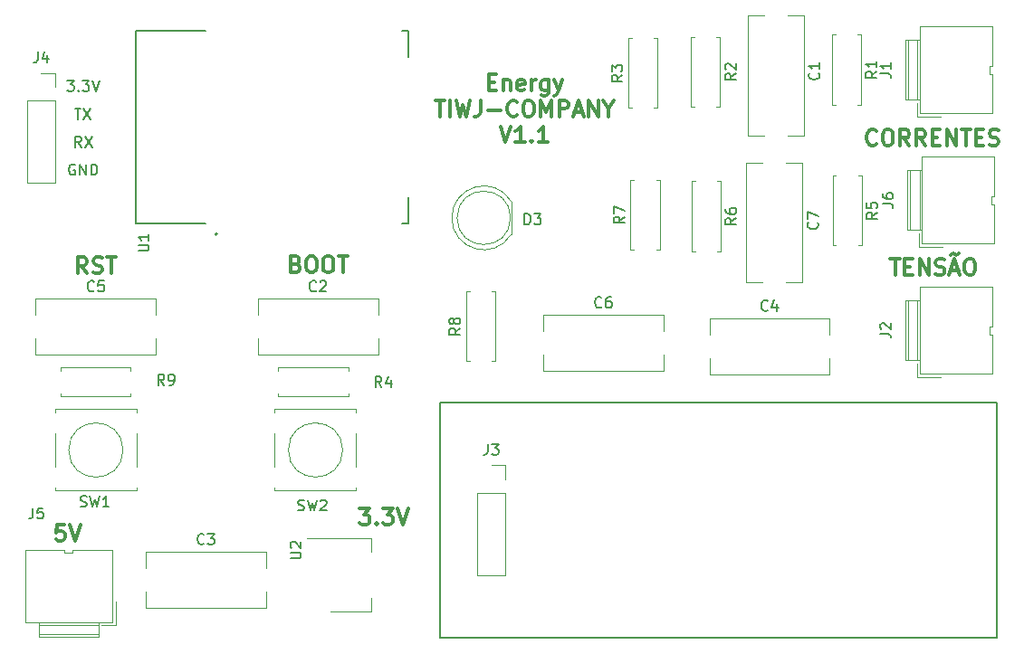
<source format=gbr>
%TF.GenerationSoftware,KiCad,Pcbnew,6.0.8-f2edbf62ab~116~ubuntu20.04.1*%
%TF.CreationDate,2023-03-15T13:48:08-03:00*%
%TF.ProjectId,placa-TAI,706c6163-612d-4544-9149-2e6b69636164,rev?*%
%TF.SameCoordinates,Original*%
%TF.FileFunction,Legend,Top*%
%TF.FilePolarity,Positive*%
%FSLAX46Y46*%
G04 Gerber Fmt 4.6, Leading zero omitted, Abs format (unit mm)*
G04 Created by KiCad (PCBNEW 6.0.8-f2edbf62ab~116~ubuntu20.04.1) date 2023-03-15 13:48:08*
%MOMM*%
%LPD*%
G01*
G04 APERTURE LIST*
%ADD10C,0.300000*%
%ADD11C,0.150000*%
%ADD12C,0.120000*%
%ADD13C,0.127000*%
%ADD14C,0.200000*%
G04 APERTURE END LIST*
D10*
X124255714Y-107728571D02*
X125184285Y-107728571D01*
X124684285Y-108300000D01*
X124898571Y-108300000D01*
X125041428Y-108371428D01*
X125112857Y-108442857D01*
X125184285Y-108585714D01*
X125184285Y-108942857D01*
X125112857Y-109085714D01*
X125041428Y-109157142D01*
X124898571Y-109228571D01*
X124470000Y-109228571D01*
X124327142Y-109157142D01*
X124255714Y-109085714D01*
X125827142Y-109085714D02*
X125898571Y-109157142D01*
X125827142Y-109228571D01*
X125755714Y-109157142D01*
X125827142Y-109085714D01*
X125827142Y-109228571D01*
X126398571Y-107728571D02*
X127327142Y-107728571D01*
X126827142Y-108300000D01*
X127041428Y-108300000D01*
X127184285Y-108371428D01*
X127255714Y-108442857D01*
X127327142Y-108585714D01*
X127327142Y-108942857D01*
X127255714Y-109085714D01*
X127184285Y-109157142D01*
X127041428Y-109228571D01*
X126612857Y-109228571D01*
X126470000Y-109157142D01*
X126398571Y-109085714D01*
X127755714Y-107728571D02*
X128255714Y-109228571D01*
X128755714Y-107728571D01*
X96614285Y-109238571D02*
X95900000Y-109238571D01*
X95828571Y-109952857D01*
X95900000Y-109881428D01*
X96042857Y-109810000D01*
X96400000Y-109810000D01*
X96542857Y-109881428D01*
X96614285Y-109952857D01*
X96685714Y-110095714D01*
X96685714Y-110452857D01*
X96614285Y-110595714D01*
X96542857Y-110667142D01*
X96400000Y-110738571D01*
X96042857Y-110738571D01*
X95900000Y-110667142D01*
X95828571Y-110595714D01*
X97114285Y-109238571D02*
X97614285Y-110738571D01*
X98114285Y-109238571D01*
D11*
X131795000Y-119800000D02*
X183795000Y-119800000D01*
X183795000Y-119800000D02*
X183795000Y-97800000D01*
X183795000Y-97800000D02*
X131795000Y-97800000D01*
X131795000Y-97800000D02*
X131795000Y-119800000D01*
D10*
X98748571Y-85688571D02*
X98248571Y-84974285D01*
X97891428Y-85688571D02*
X97891428Y-84188571D01*
X98462857Y-84188571D01*
X98605714Y-84260000D01*
X98677142Y-84331428D01*
X98748571Y-84474285D01*
X98748571Y-84688571D01*
X98677142Y-84831428D01*
X98605714Y-84902857D01*
X98462857Y-84974285D01*
X97891428Y-84974285D01*
X99320000Y-85617142D02*
X99534285Y-85688571D01*
X99891428Y-85688571D01*
X100034285Y-85617142D01*
X100105714Y-85545714D01*
X100177142Y-85402857D01*
X100177142Y-85260000D01*
X100105714Y-85117142D01*
X100034285Y-85045714D01*
X99891428Y-84974285D01*
X99605714Y-84902857D01*
X99462857Y-84831428D01*
X99391428Y-84760000D01*
X99320000Y-84617142D01*
X99320000Y-84474285D01*
X99391428Y-84331428D01*
X99462857Y-84260000D01*
X99605714Y-84188571D01*
X99962857Y-84188571D01*
X100177142Y-84260000D01*
X100605714Y-84188571D02*
X101462857Y-84188571D01*
X101034285Y-85688571D02*
X101034285Y-84188571D01*
D11*
X96898809Y-67642380D02*
X97517857Y-67642380D01*
X97184523Y-68023333D01*
X97327380Y-68023333D01*
X97422619Y-68070952D01*
X97470238Y-68118571D01*
X97517857Y-68213809D01*
X97517857Y-68451904D01*
X97470238Y-68547142D01*
X97422619Y-68594761D01*
X97327380Y-68642380D01*
X97041666Y-68642380D01*
X96946428Y-68594761D01*
X96898809Y-68547142D01*
X97946428Y-68547142D02*
X97994047Y-68594761D01*
X97946428Y-68642380D01*
X97898809Y-68594761D01*
X97946428Y-68547142D01*
X97946428Y-68642380D01*
X98327380Y-67642380D02*
X98946428Y-67642380D01*
X98613095Y-68023333D01*
X98755952Y-68023333D01*
X98851190Y-68070952D01*
X98898809Y-68118571D01*
X98946428Y-68213809D01*
X98946428Y-68451904D01*
X98898809Y-68547142D01*
X98851190Y-68594761D01*
X98755952Y-68642380D01*
X98470238Y-68642380D01*
X98375000Y-68594761D01*
X98327380Y-68547142D01*
X99232142Y-67642380D02*
X99565476Y-68642380D01*
X99898809Y-67642380D01*
D10*
X136322857Y-67817857D02*
X136822857Y-67817857D01*
X137037142Y-68603571D02*
X136322857Y-68603571D01*
X136322857Y-67103571D01*
X137037142Y-67103571D01*
X137680000Y-67603571D02*
X137680000Y-68603571D01*
X137680000Y-67746428D02*
X137751428Y-67675000D01*
X137894285Y-67603571D01*
X138108571Y-67603571D01*
X138251428Y-67675000D01*
X138322857Y-67817857D01*
X138322857Y-68603571D01*
X139608571Y-68532142D02*
X139465714Y-68603571D01*
X139180000Y-68603571D01*
X139037142Y-68532142D01*
X138965714Y-68389285D01*
X138965714Y-67817857D01*
X139037142Y-67675000D01*
X139180000Y-67603571D01*
X139465714Y-67603571D01*
X139608571Y-67675000D01*
X139680000Y-67817857D01*
X139680000Y-67960714D01*
X138965714Y-68103571D01*
X140322857Y-68603571D02*
X140322857Y-67603571D01*
X140322857Y-67889285D02*
X140394285Y-67746428D01*
X140465714Y-67675000D01*
X140608571Y-67603571D01*
X140751428Y-67603571D01*
X141894285Y-67603571D02*
X141894285Y-68817857D01*
X141822857Y-68960714D01*
X141751428Y-69032142D01*
X141608571Y-69103571D01*
X141394285Y-69103571D01*
X141251428Y-69032142D01*
X141894285Y-68532142D02*
X141751428Y-68603571D01*
X141465714Y-68603571D01*
X141322857Y-68532142D01*
X141251428Y-68460714D01*
X141180000Y-68317857D01*
X141180000Y-67889285D01*
X141251428Y-67746428D01*
X141322857Y-67675000D01*
X141465714Y-67603571D01*
X141751428Y-67603571D01*
X141894285Y-67675000D01*
X142465714Y-67603571D02*
X142822857Y-68603571D01*
X143180000Y-67603571D02*
X142822857Y-68603571D01*
X142680000Y-68960714D01*
X142608571Y-69032142D01*
X142465714Y-69103571D01*
X131322857Y-69518571D02*
X132180000Y-69518571D01*
X131751428Y-71018571D02*
X131751428Y-69518571D01*
X132680000Y-71018571D02*
X132680000Y-69518571D01*
X133251428Y-69518571D02*
X133608571Y-71018571D01*
X133894285Y-69947142D01*
X134180000Y-71018571D01*
X134537142Y-69518571D01*
X135537142Y-69518571D02*
X135537142Y-70590000D01*
X135465714Y-70804285D01*
X135322857Y-70947142D01*
X135108571Y-71018571D01*
X134965714Y-71018571D01*
X136251428Y-70447142D02*
X137394285Y-70447142D01*
X138965714Y-70875714D02*
X138894285Y-70947142D01*
X138680000Y-71018571D01*
X138537142Y-71018571D01*
X138322857Y-70947142D01*
X138180000Y-70804285D01*
X138108571Y-70661428D01*
X138037142Y-70375714D01*
X138037142Y-70161428D01*
X138108571Y-69875714D01*
X138180000Y-69732857D01*
X138322857Y-69590000D01*
X138537142Y-69518571D01*
X138680000Y-69518571D01*
X138894285Y-69590000D01*
X138965714Y-69661428D01*
X139894285Y-69518571D02*
X140180000Y-69518571D01*
X140322857Y-69590000D01*
X140465714Y-69732857D01*
X140537142Y-70018571D01*
X140537142Y-70518571D01*
X140465714Y-70804285D01*
X140322857Y-70947142D01*
X140180000Y-71018571D01*
X139894285Y-71018571D01*
X139751428Y-70947142D01*
X139608571Y-70804285D01*
X139537142Y-70518571D01*
X139537142Y-70018571D01*
X139608571Y-69732857D01*
X139751428Y-69590000D01*
X139894285Y-69518571D01*
X141180000Y-71018571D02*
X141180000Y-69518571D01*
X141680000Y-70590000D01*
X142180000Y-69518571D01*
X142180000Y-71018571D01*
X142894285Y-71018571D02*
X142894285Y-69518571D01*
X143465714Y-69518571D01*
X143608571Y-69590000D01*
X143680000Y-69661428D01*
X143751428Y-69804285D01*
X143751428Y-70018571D01*
X143680000Y-70161428D01*
X143608571Y-70232857D01*
X143465714Y-70304285D01*
X142894285Y-70304285D01*
X144322857Y-70590000D02*
X145037142Y-70590000D01*
X144180000Y-71018571D02*
X144680000Y-69518571D01*
X145180000Y-71018571D01*
X145680000Y-71018571D02*
X145680000Y-69518571D01*
X146537142Y-71018571D01*
X146537142Y-69518571D01*
X147537142Y-70304285D02*
X147537142Y-71018571D01*
X147037142Y-69518571D02*
X147537142Y-70304285D01*
X148037142Y-69518571D01*
X137394285Y-71933571D02*
X137894285Y-73433571D01*
X138394285Y-71933571D01*
X139680000Y-73433571D02*
X138822857Y-73433571D01*
X139251428Y-73433571D02*
X139251428Y-71933571D01*
X139108571Y-72147857D01*
X138965714Y-72290714D01*
X138822857Y-72362142D01*
X140322857Y-73290714D02*
X140394285Y-73362142D01*
X140322857Y-73433571D01*
X140251428Y-73362142D01*
X140322857Y-73290714D01*
X140322857Y-73433571D01*
X141822857Y-73433571D02*
X140965714Y-73433571D01*
X141394285Y-73433571D02*
X141394285Y-71933571D01*
X141251428Y-72147857D01*
X141108571Y-72290714D01*
X140965714Y-72362142D01*
D11*
X98208333Y-73882380D02*
X97875000Y-73406190D01*
X97636904Y-73882380D02*
X97636904Y-72882380D01*
X98017857Y-72882380D01*
X98113095Y-72930000D01*
X98160714Y-72977619D01*
X98208333Y-73072857D01*
X98208333Y-73215714D01*
X98160714Y-73310952D01*
X98113095Y-73358571D01*
X98017857Y-73406190D01*
X97636904Y-73406190D01*
X98541666Y-72882380D02*
X99208333Y-73882380D01*
X99208333Y-72882380D02*
X98541666Y-73882380D01*
D10*
X173874285Y-84348571D02*
X174731428Y-84348571D01*
X174302857Y-85848571D02*
X174302857Y-84348571D01*
X175231428Y-85062857D02*
X175731428Y-85062857D01*
X175945714Y-85848571D02*
X175231428Y-85848571D01*
X175231428Y-84348571D01*
X175945714Y-84348571D01*
X176588571Y-85848571D02*
X176588571Y-84348571D01*
X177445714Y-85848571D01*
X177445714Y-84348571D01*
X178088571Y-85777142D02*
X178302857Y-85848571D01*
X178660000Y-85848571D01*
X178802857Y-85777142D01*
X178874285Y-85705714D01*
X178945714Y-85562857D01*
X178945714Y-85420000D01*
X178874285Y-85277142D01*
X178802857Y-85205714D01*
X178660000Y-85134285D01*
X178374285Y-85062857D01*
X178231428Y-84991428D01*
X178160000Y-84920000D01*
X178088571Y-84777142D01*
X178088571Y-84634285D01*
X178160000Y-84491428D01*
X178231428Y-84420000D01*
X178374285Y-84348571D01*
X178731428Y-84348571D01*
X178945714Y-84420000D01*
X179517142Y-85420000D02*
X180231428Y-85420000D01*
X179374285Y-85848571D02*
X179874285Y-84348571D01*
X180374285Y-85848571D01*
X179517142Y-83991428D02*
X179588571Y-83920000D01*
X179731428Y-83848571D01*
X180017142Y-83991428D01*
X180160000Y-83920000D01*
X180231428Y-83848571D01*
X181160000Y-84348571D02*
X181445714Y-84348571D01*
X181588571Y-84420000D01*
X181731428Y-84562857D01*
X181802857Y-84848571D01*
X181802857Y-85348571D01*
X181731428Y-85634285D01*
X181588571Y-85777142D01*
X181445714Y-85848571D01*
X181160000Y-85848571D01*
X181017142Y-85777142D01*
X180874285Y-85634285D01*
X180802857Y-85348571D01*
X180802857Y-84848571D01*
X180874285Y-84562857D01*
X181017142Y-84420000D01*
X181160000Y-84348571D01*
X172560000Y-73595714D02*
X172488571Y-73667142D01*
X172274285Y-73738571D01*
X172131428Y-73738571D01*
X171917142Y-73667142D01*
X171774285Y-73524285D01*
X171702857Y-73381428D01*
X171631428Y-73095714D01*
X171631428Y-72881428D01*
X171702857Y-72595714D01*
X171774285Y-72452857D01*
X171917142Y-72310000D01*
X172131428Y-72238571D01*
X172274285Y-72238571D01*
X172488571Y-72310000D01*
X172560000Y-72381428D01*
X173488571Y-72238571D02*
X173774285Y-72238571D01*
X173917142Y-72310000D01*
X174060000Y-72452857D01*
X174131428Y-72738571D01*
X174131428Y-73238571D01*
X174060000Y-73524285D01*
X173917142Y-73667142D01*
X173774285Y-73738571D01*
X173488571Y-73738571D01*
X173345714Y-73667142D01*
X173202857Y-73524285D01*
X173131428Y-73238571D01*
X173131428Y-72738571D01*
X173202857Y-72452857D01*
X173345714Y-72310000D01*
X173488571Y-72238571D01*
X175631428Y-73738571D02*
X175131428Y-73024285D01*
X174774285Y-73738571D02*
X174774285Y-72238571D01*
X175345714Y-72238571D01*
X175488571Y-72310000D01*
X175560000Y-72381428D01*
X175631428Y-72524285D01*
X175631428Y-72738571D01*
X175560000Y-72881428D01*
X175488571Y-72952857D01*
X175345714Y-73024285D01*
X174774285Y-73024285D01*
X177131428Y-73738571D02*
X176631428Y-73024285D01*
X176274285Y-73738571D02*
X176274285Y-72238571D01*
X176845714Y-72238571D01*
X176988571Y-72310000D01*
X177060000Y-72381428D01*
X177131428Y-72524285D01*
X177131428Y-72738571D01*
X177060000Y-72881428D01*
X176988571Y-72952857D01*
X176845714Y-73024285D01*
X176274285Y-73024285D01*
X177774285Y-72952857D02*
X178274285Y-72952857D01*
X178488571Y-73738571D02*
X177774285Y-73738571D01*
X177774285Y-72238571D01*
X178488571Y-72238571D01*
X179131428Y-73738571D02*
X179131428Y-72238571D01*
X179988571Y-73738571D01*
X179988571Y-72238571D01*
X180488571Y-72238571D02*
X181345714Y-72238571D01*
X180917142Y-73738571D02*
X180917142Y-72238571D01*
X181845714Y-72952857D02*
X182345714Y-72952857D01*
X182560000Y-73738571D02*
X181845714Y-73738571D01*
X181845714Y-72238571D01*
X182560000Y-72238571D01*
X183131428Y-73667142D02*
X183345714Y-73738571D01*
X183702857Y-73738571D01*
X183845714Y-73667142D01*
X183917142Y-73595714D01*
X183988571Y-73452857D01*
X183988571Y-73310000D01*
X183917142Y-73167142D01*
X183845714Y-73095714D01*
X183702857Y-73024285D01*
X183417142Y-72952857D01*
X183274285Y-72881428D01*
X183202857Y-72810000D01*
X183131428Y-72667142D01*
X183131428Y-72524285D01*
X183202857Y-72381428D01*
X183274285Y-72310000D01*
X183417142Y-72238571D01*
X183774285Y-72238571D01*
X183988571Y-72310000D01*
X118304285Y-84832857D02*
X118518571Y-84904285D01*
X118590000Y-84975714D01*
X118661428Y-85118571D01*
X118661428Y-85332857D01*
X118590000Y-85475714D01*
X118518571Y-85547142D01*
X118375714Y-85618571D01*
X117804285Y-85618571D01*
X117804285Y-84118571D01*
X118304285Y-84118571D01*
X118447142Y-84190000D01*
X118518571Y-84261428D01*
X118590000Y-84404285D01*
X118590000Y-84547142D01*
X118518571Y-84690000D01*
X118447142Y-84761428D01*
X118304285Y-84832857D01*
X117804285Y-84832857D01*
X119590000Y-84118571D02*
X119875714Y-84118571D01*
X120018571Y-84190000D01*
X120161428Y-84332857D01*
X120232857Y-84618571D01*
X120232857Y-85118571D01*
X120161428Y-85404285D01*
X120018571Y-85547142D01*
X119875714Y-85618571D01*
X119590000Y-85618571D01*
X119447142Y-85547142D01*
X119304285Y-85404285D01*
X119232857Y-85118571D01*
X119232857Y-84618571D01*
X119304285Y-84332857D01*
X119447142Y-84190000D01*
X119590000Y-84118571D01*
X121161428Y-84118571D02*
X121447142Y-84118571D01*
X121590000Y-84190000D01*
X121732857Y-84332857D01*
X121804285Y-84618571D01*
X121804285Y-85118571D01*
X121732857Y-85404285D01*
X121590000Y-85547142D01*
X121447142Y-85618571D01*
X121161428Y-85618571D01*
X121018571Y-85547142D01*
X120875714Y-85404285D01*
X120804285Y-85118571D01*
X120804285Y-84618571D01*
X120875714Y-84332857D01*
X121018571Y-84190000D01*
X121161428Y-84118571D01*
X122232857Y-84118571D02*
X123090000Y-84118571D01*
X122661428Y-85618571D02*
X122661428Y-84118571D01*
D11*
X97613095Y-70262380D02*
X98184523Y-70262380D01*
X97898809Y-71262380D02*
X97898809Y-70262380D01*
X98422619Y-70262380D02*
X99089285Y-71262380D01*
X99089285Y-70262380D02*
X98422619Y-71262380D01*
X97613095Y-75550000D02*
X97517857Y-75502380D01*
X97375000Y-75502380D01*
X97232142Y-75550000D01*
X97136904Y-75645238D01*
X97089285Y-75740476D01*
X97041666Y-75930952D01*
X97041666Y-76073809D01*
X97089285Y-76264285D01*
X97136904Y-76359523D01*
X97232142Y-76454761D01*
X97375000Y-76502380D01*
X97470238Y-76502380D01*
X97613095Y-76454761D01*
X97660714Y-76407142D01*
X97660714Y-76073809D01*
X97470238Y-76073809D01*
X98089285Y-76502380D02*
X98089285Y-75502380D01*
X98660714Y-76502380D01*
X98660714Y-75502380D01*
X99136904Y-76502380D02*
X99136904Y-75502380D01*
X99375000Y-75502380D01*
X99517857Y-75550000D01*
X99613095Y-75645238D01*
X99660714Y-75740476D01*
X99708333Y-75930952D01*
X99708333Y-76073809D01*
X99660714Y-76264285D01*
X99613095Y-76359523D01*
X99517857Y-76454761D01*
X99375000Y-76502380D01*
X99136904Y-76502380D01*
%TO.C,SW1*%
X98126666Y-107504761D02*
X98269523Y-107552380D01*
X98507619Y-107552380D01*
X98602857Y-107504761D01*
X98650476Y-107457142D01*
X98698095Y-107361904D01*
X98698095Y-107266666D01*
X98650476Y-107171428D01*
X98602857Y-107123809D01*
X98507619Y-107076190D01*
X98317142Y-107028571D01*
X98221904Y-106980952D01*
X98174285Y-106933333D01*
X98126666Y-106838095D01*
X98126666Y-106742857D01*
X98174285Y-106647619D01*
X98221904Y-106600000D01*
X98317142Y-106552380D01*
X98555238Y-106552380D01*
X98698095Y-106600000D01*
X99031428Y-106552380D02*
X99269523Y-107552380D01*
X99460000Y-106838095D01*
X99650476Y-107552380D01*
X99888571Y-106552380D01*
X100793333Y-107552380D02*
X100221904Y-107552380D01*
X100507619Y-107552380D02*
X100507619Y-106552380D01*
X100412380Y-106695238D01*
X100317142Y-106790476D01*
X100221904Y-106838095D01*
%TO.C,R9*%
X105963333Y-96162380D02*
X105630000Y-95686190D01*
X105391904Y-96162380D02*
X105391904Y-95162380D01*
X105772857Y-95162380D01*
X105868095Y-95210000D01*
X105915714Y-95257619D01*
X105963333Y-95352857D01*
X105963333Y-95495714D01*
X105915714Y-95590952D01*
X105868095Y-95638571D01*
X105772857Y-95686190D01*
X105391904Y-95686190D01*
X106439523Y-96162380D02*
X106630000Y-96162380D01*
X106725238Y-96114761D01*
X106772857Y-96067142D01*
X106868095Y-95924285D01*
X106915714Y-95733809D01*
X106915714Y-95352857D01*
X106868095Y-95257619D01*
X106820476Y-95210000D01*
X106725238Y-95162380D01*
X106534761Y-95162380D01*
X106439523Y-95210000D01*
X106391904Y-95257619D01*
X106344285Y-95352857D01*
X106344285Y-95590952D01*
X106391904Y-95686190D01*
X106439523Y-95733809D01*
X106534761Y-95781428D01*
X106725238Y-95781428D01*
X106820476Y-95733809D01*
X106868095Y-95686190D01*
X106915714Y-95590952D01*
%TO.C,R7*%
X149002380Y-80416666D02*
X148526190Y-80750000D01*
X149002380Y-80988095D02*
X148002380Y-80988095D01*
X148002380Y-80607142D01*
X148050000Y-80511904D01*
X148097619Y-80464285D01*
X148192857Y-80416666D01*
X148335714Y-80416666D01*
X148430952Y-80464285D01*
X148478571Y-80511904D01*
X148526190Y-80607142D01*
X148526190Y-80988095D01*
X148002380Y-80083333D02*
X148002380Y-79416666D01*
X149002380Y-79845238D01*
%TO.C,J3*%
X136226666Y-101682380D02*
X136226666Y-102396666D01*
X136179047Y-102539523D01*
X136083809Y-102634761D01*
X135940952Y-102682380D01*
X135845714Y-102682380D01*
X136607619Y-101682380D02*
X137226666Y-101682380D01*
X136893333Y-102063333D01*
X137036190Y-102063333D01*
X137131428Y-102110952D01*
X137179047Y-102158571D01*
X137226666Y-102253809D01*
X137226666Y-102491904D01*
X137179047Y-102587142D01*
X137131428Y-102634761D01*
X137036190Y-102682380D01*
X136750476Y-102682380D01*
X136655238Y-102634761D01*
X136607619Y-102587142D01*
%TO.C,J6*%
X173122380Y-79175833D02*
X173836666Y-79175833D01*
X173979523Y-79223452D01*
X174074761Y-79318690D01*
X174122380Y-79461547D01*
X174122380Y-79556785D01*
X173122380Y-78271071D02*
X173122380Y-78461547D01*
X173170000Y-78556785D01*
X173217619Y-78604404D01*
X173360476Y-78699642D01*
X173550952Y-78747261D01*
X173931904Y-78747261D01*
X174027142Y-78699642D01*
X174074761Y-78652023D01*
X174122380Y-78556785D01*
X174122380Y-78366309D01*
X174074761Y-78271071D01*
X174027142Y-78223452D01*
X173931904Y-78175833D01*
X173693809Y-78175833D01*
X173598571Y-78223452D01*
X173550952Y-78271071D01*
X173503333Y-78366309D01*
X173503333Y-78556785D01*
X173550952Y-78652023D01*
X173598571Y-78699642D01*
X173693809Y-78747261D01*
%TO.C,J1*%
X172932380Y-66990833D02*
X173646666Y-66990833D01*
X173789523Y-67038452D01*
X173884761Y-67133690D01*
X173932380Y-67276547D01*
X173932380Y-67371785D01*
X173932380Y-65990833D02*
X173932380Y-66562261D01*
X173932380Y-66276547D02*
X172932380Y-66276547D01*
X173075238Y-66371785D01*
X173170476Y-66467023D01*
X173218095Y-66562261D01*
%TO.C,R2*%
X159402380Y-67006666D02*
X158926190Y-67340000D01*
X159402380Y-67578095D02*
X158402380Y-67578095D01*
X158402380Y-67197142D01*
X158450000Y-67101904D01*
X158497619Y-67054285D01*
X158592857Y-67006666D01*
X158735714Y-67006666D01*
X158830952Y-67054285D01*
X158878571Y-67101904D01*
X158926190Y-67197142D01*
X158926190Y-67578095D01*
X158497619Y-66625714D02*
X158450000Y-66578095D01*
X158402380Y-66482857D01*
X158402380Y-66244761D01*
X158450000Y-66149523D01*
X158497619Y-66101904D01*
X158592857Y-66054285D01*
X158688095Y-66054285D01*
X158830952Y-66101904D01*
X159402380Y-66673333D01*
X159402380Y-66054285D01*
%TO.C,C3*%
X109693333Y-110997142D02*
X109645714Y-111044761D01*
X109502857Y-111092380D01*
X109407619Y-111092380D01*
X109264761Y-111044761D01*
X109169523Y-110949523D01*
X109121904Y-110854285D01*
X109074285Y-110663809D01*
X109074285Y-110520952D01*
X109121904Y-110330476D01*
X109169523Y-110235238D01*
X109264761Y-110140000D01*
X109407619Y-110092380D01*
X109502857Y-110092380D01*
X109645714Y-110140000D01*
X109693333Y-110187619D01*
X110026666Y-110092380D02*
X110645714Y-110092380D01*
X110312380Y-110473333D01*
X110455238Y-110473333D01*
X110550476Y-110520952D01*
X110598095Y-110568571D01*
X110645714Y-110663809D01*
X110645714Y-110901904D01*
X110598095Y-110997142D01*
X110550476Y-111044761D01*
X110455238Y-111092380D01*
X110169523Y-111092380D01*
X110074285Y-111044761D01*
X110026666Y-110997142D01*
%TO.C,C2*%
X120173333Y-87307142D02*
X120125714Y-87354761D01*
X119982857Y-87402380D01*
X119887619Y-87402380D01*
X119744761Y-87354761D01*
X119649523Y-87259523D01*
X119601904Y-87164285D01*
X119554285Y-86973809D01*
X119554285Y-86830952D01*
X119601904Y-86640476D01*
X119649523Y-86545238D01*
X119744761Y-86450000D01*
X119887619Y-86402380D01*
X119982857Y-86402380D01*
X120125714Y-86450000D01*
X120173333Y-86497619D01*
X120554285Y-86497619D02*
X120601904Y-86450000D01*
X120697142Y-86402380D01*
X120935238Y-86402380D01*
X121030476Y-86450000D01*
X121078095Y-86497619D01*
X121125714Y-86592857D01*
X121125714Y-86688095D01*
X121078095Y-86830952D01*
X120506666Y-87402380D01*
X121125714Y-87402380D01*
%TO.C,C6*%
X146863333Y-88817142D02*
X146815714Y-88864761D01*
X146672857Y-88912380D01*
X146577619Y-88912380D01*
X146434761Y-88864761D01*
X146339523Y-88769523D01*
X146291904Y-88674285D01*
X146244285Y-88483809D01*
X146244285Y-88340952D01*
X146291904Y-88150476D01*
X146339523Y-88055238D01*
X146434761Y-87960000D01*
X146577619Y-87912380D01*
X146672857Y-87912380D01*
X146815714Y-87960000D01*
X146863333Y-88007619D01*
X147720476Y-87912380D02*
X147530000Y-87912380D01*
X147434761Y-87960000D01*
X147387142Y-88007619D01*
X147291904Y-88150476D01*
X147244285Y-88340952D01*
X147244285Y-88721904D01*
X147291904Y-88817142D01*
X147339523Y-88864761D01*
X147434761Y-88912380D01*
X147625238Y-88912380D01*
X147720476Y-88864761D01*
X147768095Y-88817142D01*
X147815714Y-88721904D01*
X147815714Y-88483809D01*
X147768095Y-88388571D01*
X147720476Y-88340952D01*
X147625238Y-88293333D01*
X147434761Y-88293333D01*
X147339523Y-88340952D01*
X147291904Y-88388571D01*
X147244285Y-88483809D01*
%TO.C,R5*%
X172652380Y-79996666D02*
X172176190Y-80330000D01*
X172652380Y-80568095D02*
X171652380Y-80568095D01*
X171652380Y-80187142D01*
X171700000Y-80091904D01*
X171747619Y-80044285D01*
X171842857Y-79996666D01*
X171985714Y-79996666D01*
X172080952Y-80044285D01*
X172128571Y-80091904D01*
X172176190Y-80187142D01*
X172176190Y-80568095D01*
X171652380Y-79091904D02*
X171652380Y-79568095D01*
X172128571Y-79615714D01*
X172080952Y-79568095D01*
X172033333Y-79472857D01*
X172033333Y-79234761D01*
X172080952Y-79139523D01*
X172128571Y-79091904D01*
X172223809Y-79044285D01*
X172461904Y-79044285D01*
X172557142Y-79091904D01*
X172604761Y-79139523D01*
X172652380Y-79234761D01*
X172652380Y-79472857D01*
X172604761Y-79568095D01*
X172557142Y-79615714D01*
%TO.C,R8*%
X133632380Y-90836666D02*
X133156190Y-91170000D01*
X133632380Y-91408095D02*
X132632380Y-91408095D01*
X132632380Y-91027142D01*
X132680000Y-90931904D01*
X132727619Y-90884285D01*
X132822857Y-90836666D01*
X132965714Y-90836666D01*
X133060952Y-90884285D01*
X133108571Y-90931904D01*
X133156190Y-91027142D01*
X133156190Y-91408095D01*
X133060952Y-90265238D02*
X133013333Y-90360476D01*
X132965714Y-90408095D01*
X132870476Y-90455714D01*
X132822857Y-90455714D01*
X132727619Y-90408095D01*
X132680000Y-90360476D01*
X132632380Y-90265238D01*
X132632380Y-90074761D01*
X132680000Y-89979523D01*
X132727619Y-89931904D01*
X132822857Y-89884285D01*
X132870476Y-89884285D01*
X132965714Y-89931904D01*
X133013333Y-89979523D01*
X133060952Y-90074761D01*
X133060952Y-90265238D01*
X133108571Y-90360476D01*
X133156190Y-90408095D01*
X133251428Y-90455714D01*
X133441904Y-90455714D01*
X133537142Y-90408095D01*
X133584761Y-90360476D01*
X133632380Y-90265238D01*
X133632380Y-90074761D01*
X133584761Y-89979523D01*
X133537142Y-89931904D01*
X133441904Y-89884285D01*
X133251428Y-89884285D01*
X133156190Y-89931904D01*
X133108571Y-89979523D01*
X133060952Y-90074761D01*
%TO.C,J4*%
X94126666Y-64972380D02*
X94126666Y-65686666D01*
X94079047Y-65829523D01*
X93983809Y-65924761D01*
X93840952Y-65972380D01*
X93745714Y-65972380D01*
X95031428Y-65305714D02*
X95031428Y-65972380D01*
X94793333Y-64924761D02*
X94555238Y-65639047D01*
X95174285Y-65639047D01*
%TO.C,R1*%
X172582380Y-66796666D02*
X172106190Y-67130000D01*
X172582380Y-67368095D02*
X171582380Y-67368095D01*
X171582380Y-66987142D01*
X171630000Y-66891904D01*
X171677619Y-66844285D01*
X171772857Y-66796666D01*
X171915714Y-66796666D01*
X172010952Y-66844285D01*
X172058571Y-66891904D01*
X172106190Y-66987142D01*
X172106190Y-67368095D01*
X172582380Y-65844285D02*
X172582380Y-66415714D01*
X172582380Y-66130000D02*
X171582380Y-66130000D01*
X171725238Y-66225238D01*
X171820476Y-66320476D01*
X171868095Y-66415714D01*
%TO.C,C5*%
X99403333Y-87307142D02*
X99355714Y-87354761D01*
X99212857Y-87402380D01*
X99117619Y-87402380D01*
X98974761Y-87354761D01*
X98879523Y-87259523D01*
X98831904Y-87164285D01*
X98784285Y-86973809D01*
X98784285Y-86830952D01*
X98831904Y-86640476D01*
X98879523Y-86545238D01*
X98974761Y-86450000D01*
X99117619Y-86402380D01*
X99212857Y-86402380D01*
X99355714Y-86450000D01*
X99403333Y-86497619D01*
X100308095Y-86402380D02*
X99831904Y-86402380D01*
X99784285Y-86878571D01*
X99831904Y-86830952D01*
X99927142Y-86783333D01*
X100165238Y-86783333D01*
X100260476Y-86830952D01*
X100308095Y-86878571D01*
X100355714Y-86973809D01*
X100355714Y-87211904D01*
X100308095Y-87307142D01*
X100260476Y-87354761D01*
X100165238Y-87402380D01*
X99927142Y-87402380D01*
X99831904Y-87354761D01*
X99784285Y-87307142D01*
%TO.C,J5*%
X93666666Y-107662380D02*
X93666666Y-108376666D01*
X93619047Y-108519523D01*
X93523809Y-108614761D01*
X93380952Y-108662380D01*
X93285714Y-108662380D01*
X94619047Y-107662380D02*
X94142857Y-107662380D01*
X94095238Y-108138571D01*
X94142857Y-108090952D01*
X94238095Y-108043333D01*
X94476190Y-108043333D01*
X94571428Y-108090952D01*
X94619047Y-108138571D01*
X94666666Y-108233809D01*
X94666666Y-108471904D01*
X94619047Y-108567142D01*
X94571428Y-108614761D01*
X94476190Y-108662380D01*
X94238095Y-108662380D01*
X94142857Y-108614761D01*
X94095238Y-108567142D01*
%TO.C,U1*%
X103532380Y-83599404D02*
X104341904Y-83599404D01*
X104437142Y-83551785D01*
X104484761Y-83504166D01*
X104532380Y-83408928D01*
X104532380Y-83218452D01*
X104484761Y-83123214D01*
X104437142Y-83075595D01*
X104341904Y-83027976D01*
X103532380Y-83027976D01*
X104532380Y-82027976D02*
X104532380Y-82599404D01*
X104532380Y-82313690D02*
X103532380Y-82313690D01*
X103675238Y-82408928D01*
X103770476Y-82504166D01*
X103818095Y-82599404D01*
%TO.C,J2*%
X172932380Y-91360833D02*
X173646666Y-91360833D01*
X173789523Y-91408452D01*
X173884761Y-91503690D01*
X173932380Y-91646547D01*
X173932380Y-91741785D01*
X173027619Y-90932261D02*
X172980000Y-90884642D01*
X172932380Y-90789404D01*
X172932380Y-90551309D01*
X172980000Y-90456071D01*
X173027619Y-90408452D01*
X173122857Y-90360833D01*
X173218095Y-90360833D01*
X173360952Y-90408452D01*
X173932380Y-90979880D01*
X173932380Y-90360833D01*
%TO.C,C4*%
X162403333Y-89127142D02*
X162355714Y-89174761D01*
X162212857Y-89222380D01*
X162117619Y-89222380D01*
X161974761Y-89174761D01*
X161879523Y-89079523D01*
X161831904Y-88984285D01*
X161784285Y-88793809D01*
X161784285Y-88650952D01*
X161831904Y-88460476D01*
X161879523Y-88365238D01*
X161974761Y-88270000D01*
X162117619Y-88222380D01*
X162212857Y-88222380D01*
X162355714Y-88270000D01*
X162403333Y-88317619D01*
X163260476Y-88555714D02*
X163260476Y-89222380D01*
X163022380Y-88174761D02*
X162784285Y-88889047D01*
X163403333Y-88889047D01*
%TO.C,D3*%
X139671904Y-81132380D02*
X139671904Y-80132380D01*
X139910000Y-80132380D01*
X140052857Y-80180000D01*
X140148095Y-80275238D01*
X140195714Y-80370476D01*
X140243333Y-80560952D01*
X140243333Y-80703809D01*
X140195714Y-80894285D01*
X140148095Y-80989523D01*
X140052857Y-81084761D01*
X139910000Y-81132380D01*
X139671904Y-81132380D01*
X140576666Y-80132380D02*
X141195714Y-80132380D01*
X140862380Y-80513333D01*
X141005238Y-80513333D01*
X141100476Y-80560952D01*
X141148095Y-80608571D01*
X141195714Y-80703809D01*
X141195714Y-80941904D01*
X141148095Y-81037142D01*
X141100476Y-81084761D01*
X141005238Y-81132380D01*
X140719523Y-81132380D01*
X140624285Y-81084761D01*
X140576666Y-81037142D01*
%TO.C,U2*%
X117752380Y-112395904D02*
X118561904Y-112395904D01*
X118657142Y-112348285D01*
X118704761Y-112300666D01*
X118752380Y-112205428D01*
X118752380Y-112014952D01*
X118704761Y-111919714D01*
X118657142Y-111872095D01*
X118561904Y-111824476D01*
X117752380Y-111824476D01*
X117847619Y-111395904D02*
X117800000Y-111348285D01*
X117752380Y-111253047D01*
X117752380Y-111014952D01*
X117800000Y-110919714D01*
X117847619Y-110872095D01*
X117942857Y-110824476D01*
X118038095Y-110824476D01*
X118180952Y-110872095D01*
X118752380Y-111443523D01*
X118752380Y-110824476D01*
%TO.C,R4*%
X126293333Y-96352380D02*
X125960000Y-95876190D01*
X125721904Y-96352380D02*
X125721904Y-95352380D01*
X126102857Y-95352380D01*
X126198095Y-95400000D01*
X126245714Y-95447619D01*
X126293333Y-95542857D01*
X126293333Y-95685714D01*
X126245714Y-95780952D01*
X126198095Y-95828571D01*
X126102857Y-95876190D01*
X125721904Y-95876190D01*
X127150476Y-95685714D02*
X127150476Y-96352380D01*
X126912380Y-95304761D02*
X126674285Y-96019047D01*
X127293333Y-96019047D01*
%TO.C,SW2*%
X118476666Y-107864761D02*
X118619523Y-107912380D01*
X118857619Y-107912380D01*
X118952857Y-107864761D01*
X119000476Y-107817142D01*
X119048095Y-107721904D01*
X119048095Y-107626666D01*
X119000476Y-107531428D01*
X118952857Y-107483809D01*
X118857619Y-107436190D01*
X118667142Y-107388571D01*
X118571904Y-107340952D01*
X118524285Y-107293333D01*
X118476666Y-107198095D01*
X118476666Y-107102857D01*
X118524285Y-107007619D01*
X118571904Y-106960000D01*
X118667142Y-106912380D01*
X118905238Y-106912380D01*
X119048095Y-106960000D01*
X119381428Y-106912380D02*
X119619523Y-107912380D01*
X119810000Y-107198095D01*
X120000476Y-107912380D01*
X120238571Y-106912380D01*
X120571904Y-107007619D02*
X120619523Y-106960000D01*
X120714761Y-106912380D01*
X120952857Y-106912380D01*
X121048095Y-106960000D01*
X121095714Y-107007619D01*
X121143333Y-107102857D01*
X121143333Y-107198095D01*
X121095714Y-107340952D01*
X120524285Y-107912380D01*
X121143333Y-107912380D01*
%TO.C,R6*%
X159452380Y-80526666D02*
X158976190Y-80860000D01*
X159452380Y-81098095D02*
X158452380Y-81098095D01*
X158452380Y-80717142D01*
X158500000Y-80621904D01*
X158547619Y-80574285D01*
X158642857Y-80526666D01*
X158785714Y-80526666D01*
X158880952Y-80574285D01*
X158928571Y-80621904D01*
X158976190Y-80717142D01*
X158976190Y-81098095D01*
X158452380Y-79669523D02*
X158452380Y-79860000D01*
X158500000Y-79955238D01*
X158547619Y-80002857D01*
X158690476Y-80098095D01*
X158880952Y-80145714D01*
X159261904Y-80145714D01*
X159357142Y-80098095D01*
X159404761Y-80050476D01*
X159452380Y-79955238D01*
X159452380Y-79764761D01*
X159404761Y-79669523D01*
X159357142Y-79621904D01*
X159261904Y-79574285D01*
X159023809Y-79574285D01*
X158928571Y-79621904D01*
X158880952Y-79669523D01*
X158833333Y-79764761D01*
X158833333Y-79955238D01*
X158880952Y-80050476D01*
X158928571Y-80098095D01*
X159023809Y-80145714D01*
%TO.C,R3*%
X148812380Y-67126666D02*
X148336190Y-67460000D01*
X148812380Y-67698095D02*
X147812380Y-67698095D01*
X147812380Y-67317142D01*
X147860000Y-67221904D01*
X147907619Y-67174285D01*
X148002857Y-67126666D01*
X148145714Y-67126666D01*
X148240952Y-67174285D01*
X148288571Y-67221904D01*
X148336190Y-67317142D01*
X148336190Y-67698095D01*
X147812380Y-66793333D02*
X147812380Y-66174285D01*
X148193333Y-66507619D01*
X148193333Y-66364761D01*
X148240952Y-66269523D01*
X148288571Y-66221904D01*
X148383809Y-66174285D01*
X148621904Y-66174285D01*
X148717142Y-66221904D01*
X148764761Y-66269523D01*
X148812380Y-66364761D01*
X148812380Y-66650476D01*
X148764761Y-66745714D01*
X148717142Y-66793333D01*
%TO.C,C7*%
X167027142Y-80936666D02*
X167074761Y-80984285D01*
X167122380Y-81127142D01*
X167122380Y-81222380D01*
X167074761Y-81365238D01*
X166979523Y-81460476D01*
X166884285Y-81508095D01*
X166693809Y-81555714D01*
X166550952Y-81555714D01*
X166360476Y-81508095D01*
X166265238Y-81460476D01*
X166170000Y-81365238D01*
X166122380Y-81222380D01*
X166122380Y-81127142D01*
X166170000Y-80984285D01*
X166217619Y-80936666D01*
X166122380Y-80603333D02*
X166122380Y-79936666D01*
X167122380Y-80365238D01*
%TO.C,C1*%
X167147142Y-66956666D02*
X167194761Y-67004285D01*
X167242380Y-67147142D01*
X167242380Y-67242380D01*
X167194761Y-67385238D01*
X167099523Y-67480476D01*
X167004285Y-67528095D01*
X166813809Y-67575714D01*
X166670952Y-67575714D01*
X166480476Y-67528095D01*
X166385238Y-67480476D01*
X166290000Y-67385238D01*
X166242380Y-67242380D01*
X166242380Y-67147142D01*
X166290000Y-67004285D01*
X166337619Y-66956666D01*
X167242380Y-66004285D02*
X167242380Y-66575714D01*
X167242380Y-66290000D02*
X166242380Y-66290000D01*
X166385238Y-66385238D01*
X166480476Y-66480476D01*
X166528095Y-66575714D01*
D12*
%TO.C,SW1*%
X95760000Y-98430000D02*
X95760000Y-98730000D01*
X95760000Y-98430000D02*
X103380000Y-98430000D01*
X103380000Y-98430000D02*
X103380000Y-98730000D01*
X103380000Y-100670000D02*
X103380000Y-103810000D01*
X103380000Y-105750000D02*
X103380000Y-106050000D01*
X103380000Y-106050000D02*
X95760000Y-106050000D01*
X95760000Y-100670000D02*
X95760000Y-103810000D01*
X95760000Y-105750000D02*
X95760000Y-106050000D01*
X102110000Y-102240000D02*
G75*
G03*
X102110000Y-102240000I-2540000J0D01*
G01*
%TO.C,R9*%
X96300000Y-94500000D02*
X102840000Y-94500000D01*
X96300000Y-94830000D02*
X96300000Y-94500000D01*
X96300000Y-96910000D02*
X96300000Y-97240000D01*
X96300000Y-97240000D02*
X102840000Y-97240000D01*
X102840000Y-94500000D02*
X102840000Y-94830000D01*
X102840000Y-97240000D02*
X102840000Y-96910000D01*
%TO.C,R7*%
X149880000Y-83520000D02*
X149550000Y-83520000D01*
X151960000Y-83520000D02*
X152290000Y-83520000D01*
X149550000Y-76980000D02*
X149880000Y-76980000D01*
X152290000Y-76980000D02*
X151960000Y-76980000D01*
X149550000Y-83520000D02*
X149550000Y-76980000D01*
X152290000Y-83520000D02*
X152290000Y-76980000D01*
%TO.C,J3*%
X135230000Y-113950000D02*
X137890000Y-113950000D01*
X136560000Y-103670000D02*
X137890000Y-103670000D01*
X135230000Y-106270000D02*
X135230000Y-113950000D01*
X137890000Y-106270000D02*
X137890000Y-113950000D01*
X137890000Y-103670000D02*
X137890000Y-105000000D01*
X135230000Y-106270000D02*
X137890000Y-106270000D01*
%TO.C,J6*%
X176840000Y-82912500D02*
X176840000Y-74782500D01*
X175450000Y-81642500D02*
X175450000Y-76052500D01*
X176550000Y-83252500D02*
X178750000Y-83252500D01*
X176840000Y-74782500D02*
X178750000Y-74782500D01*
X175700000Y-81642500D02*
X175700000Y-76052500D01*
X176840000Y-76052500D02*
X175450000Y-76052500D01*
X176590000Y-81642500D02*
X176590000Y-76052500D01*
X178750000Y-82912500D02*
X183580000Y-82912500D01*
X183580000Y-78462500D02*
X183580000Y-74782500D01*
X183580000Y-79232500D02*
X183580000Y-82912500D01*
X176840000Y-82912500D02*
X178750000Y-82912500D01*
X183320000Y-78462500D02*
X183580000Y-78462500D01*
X176840000Y-81642500D02*
X175450000Y-81642500D01*
X183580000Y-79232500D02*
X183320000Y-79232500D01*
X183580000Y-74782500D02*
X178750000Y-74782500D01*
X176550000Y-81952500D02*
X176550000Y-83252500D01*
X183320000Y-79232500D02*
X183320000Y-78462500D01*
%TO.C,J1*%
X183130000Y-66277500D02*
X183390000Y-66277500D01*
X176650000Y-69457500D02*
X175260000Y-69457500D01*
X176650000Y-63867500D02*
X175260000Y-63867500D01*
X175260000Y-69457500D02*
X175260000Y-63867500D01*
X176650000Y-62597500D02*
X178560000Y-62597500D01*
X175510000Y-69457500D02*
X175510000Y-63867500D01*
X183390000Y-66277500D02*
X183390000Y-62597500D01*
X183390000Y-62597500D02*
X178560000Y-62597500D01*
X183390000Y-67047500D02*
X183130000Y-67047500D01*
X183390000Y-67047500D02*
X183390000Y-70727500D01*
X176360000Y-69767500D02*
X176360000Y-71067500D01*
X183130000Y-67047500D02*
X183130000Y-66277500D01*
X176650000Y-70727500D02*
X176650000Y-62597500D01*
X178560000Y-70727500D02*
X183390000Y-70727500D01*
X176650000Y-70727500D02*
X178560000Y-70727500D01*
X176360000Y-71067500D02*
X178560000Y-71067500D01*
X176400000Y-69457500D02*
X176400000Y-63867500D01*
%TO.C,R2*%
X157950000Y-63570000D02*
X157950000Y-70110000D01*
X157620000Y-63570000D02*
X157950000Y-63570000D01*
X155210000Y-63570000D02*
X155210000Y-70110000D01*
X157950000Y-70110000D02*
X157620000Y-70110000D01*
X155210000Y-70110000D02*
X155540000Y-70110000D01*
X155540000Y-63570000D02*
X155210000Y-63570000D01*
%TO.C,C3*%
X104240000Y-111770000D02*
X115480000Y-111770000D01*
X115480000Y-111770000D02*
X115480000Y-113289000D01*
X115480000Y-115491000D02*
X115480000Y-117010000D01*
X104240000Y-111770000D02*
X104240000Y-113289000D01*
X104240000Y-115491000D02*
X104240000Y-117010000D01*
X104240000Y-117010000D02*
X115480000Y-117010000D01*
%TO.C,C2*%
X125960000Y-91801000D02*
X125960000Y-93320000D01*
X114720000Y-91801000D02*
X114720000Y-93320000D01*
X125960000Y-88080000D02*
X125960000Y-89599000D01*
X114720000Y-88080000D02*
X125960000Y-88080000D01*
X114720000Y-93320000D02*
X125960000Y-93320000D01*
X114720000Y-88080000D02*
X114720000Y-89599000D01*
%TO.C,C6*%
X141410000Y-89590000D02*
X141410000Y-91109000D01*
X141410000Y-93311000D02*
X141410000Y-94830000D01*
X141410000Y-94830000D02*
X152650000Y-94830000D01*
X141410000Y-89590000D02*
X152650000Y-89590000D01*
X152650000Y-89590000D02*
X152650000Y-91109000D01*
X152650000Y-93311000D02*
X152650000Y-94830000D01*
%TO.C,R5*%
X168460000Y-76560000D02*
X168460000Y-83100000D01*
X171200000Y-83100000D02*
X170870000Y-83100000D01*
X168460000Y-83100000D02*
X168790000Y-83100000D01*
X171200000Y-76560000D02*
X171200000Y-83100000D01*
X170870000Y-76560000D02*
X171200000Y-76560000D01*
X168790000Y-76560000D02*
X168460000Y-76560000D01*
%TO.C,R8*%
X134510000Y-93940000D02*
X134180000Y-93940000D01*
X136920000Y-93940000D02*
X136920000Y-87400000D01*
X134180000Y-93940000D02*
X134180000Y-87400000D01*
X136920000Y-87400000D02*
X136590000Y-87400000D01*
X136590000Y-93940000D02*
X136920000Y-93940000D01*
X134180000Y-87400000D02*
X134510000Y-87400000D01*
%TO.C,J4*%
X93130000Y-69560000D02*
X93130000Y-77240000D01*
X93130000Y-69560000D02*
X95790000Y-69560000D01*
X93130000Y-77240000D02*
X95790000Y-77240000D01*
X95790000Y-66960000D02*
X95790000Y-68290000D01*
X95790000Y-69560000D02*
X95790000Y-77240000D01*
X94460000Y-66960000D02*
X95790000Y-66960000D01*
%TO.C,R1*%
X168720000Y-63360000D02*
X168390000Y-63360000D01*
X170800000Y-63360000D02*
X171130000Y-63360000D01*
X171130000Y-63360000D02*
X171130000Y-69900000D01*
X168390000Y-63360000D02*
X168390000Y-69900000D01*
X168390000Y-69900000D02*
X168720000Y-69900000D01*
X171130000Y-69900000D02*
X170800000Y-69900000D01*
%TO.C,C5*%
X93950000Y-91801000D02*
X93950000Y-93320000D01*
X105190000Y-91801000D02*
X105190000Y-93320000D01*
X105190000Y-88080000D02*
X105190000Y-89599000D01*
X93950000Y-93320000D02*
X105190000Y-93320000D01*
X93950000Y-88080000D02*
X105190000Y-88080000D01*
X93950000Y-88080000D02*
X93950000Y-89599000D01*
%TO.C,J5*%
X97400000Y-111600000D02*
X97400000Y-111860000D01*
X101420000Y-118630000D02*
X101420000Y-116430000D01*
X100120000Y-118630000D02*
X101420000Y-118630000D01*
X99810000Y-119480000D02*
X94220000Y-119480000D01*
X97400000Y-111600000D02*
X101080000Y-111600000D01*
X101080000Y-118340000D02*
X101080000Y-116430000D01*
X96630000Y-111600000D02*
X92950000Y-111600000D01*
X99810000Y-118340000D02*
X99810000Y-119730000D01*
X99810000Y-119730000D02*
X94220000Y-119730000D01*
X96630000Y-111860000D02*
X96630000Y-111600000D01*
X94220000Y-118340000D02*
X94220000Y-119730000D01*
X92950000Y-118340000D02*
X92950000Y-116430000D01*
X92950000Y-111600000D02*
X92950000Y-116430000D01*
X101080000Y-116430000D02*
X101080000Y-111600000D01*
X101080000Y-118340000D02*
X92950000Y-118340000D01*
X97400000Y-111860000D02*
X96630000Y-111860000D01*
X99810000Y-118590000D02*
X94220000Y-118590000D01*
D13*
%TO.C,U1*%
X128820000Y-63027500D02*
X128170000Y-63027500D01*
X103320000Y-81027500D02*
X103320000Y-63027500D01*
X128820000Y-81027500D02*
X128820000Y-78577500D01*
X128170000Y-81027500D02*
X128820000Y-81027500D01*
X109820000Y-81027500D02*
X103320000Y-81027500D01*
X128820000Y-65477500D02*
X128820000Y-63027500D01*
X103320000Y-63027500D02*
X109820000Y-63027500D01*
D14*
X110920000Y-82027500D02*
G75*
G03*
X110920000Y-82027500I-100000J0D01*
G01*
D12*
%TO.C,J2*%
X176650000Y-95097500D02*
X178560000Y-95097500D01*
X178560000Y-95097500D02*
X183390000Y-95097500D01*
X176650000Y-93827500D02*
X175260000Y-93827500D01*
X175510000Y-93827500D02*
X175510000Y-88237500D01*
X176650000Y-88237500D02*
X175260000Y-88237500D01*
X183390000Y-90647500D02*
X183390000Y-86967500D01*
X175260000Y-93827500D02*
X175260000Y-88237500D01*
X183390000Y-86967500D02*
X178560000Y-86967500D01*
X176360000Y-95437500D02*
X178560000Y-95437500D01*
X183390000Y-91417500D02*
X183130000Y-91417500D01*
X176650000Y-86967500D02*
X178560000Y-86967500D01*
X183130000Y-90647500D02*
X183390000Y-90647500D01*
X176360000Y-94137500D02*
X176360000Y-95437500D01*
X183130000Y-91417500D02*
X183130000Y-90647500D01*
X183390000Y-91417500D02*
X183390000Y-95097500D01*
X176400000Y-93827500D02*
X176400000Y-88237500D01*
X176650000Y-95097500D02*
X176650000Y-86967500D01*
%TO.C,C4*%
X168190000Y-89900000D02*
X168190000Y-91419000D01*
X156950000Y-89900000D02*
X156950000Y-91419000D01*
X156950000Y-95140000D02*
X168190000Y-95140000D01*
X156950000Y-89900000D02*
X168190000Y-89900000D01*
X156950000Y-93621000D02*
X156950000Y-95140000D01*
X168190000Y-93621000D02*
X168190000Y-95140000D01*
%TO.C,D3*%
X138410000Y-82055000D02*
X138410000Y-78965000D01*
X132860000Y-80509538D02*
G75*
G03*
X138410000Y-82054830I2990000J-462D01*
G01*
X138410000Y-78965170D02*
G75*
G03*
X132860000Y-80510462I-2560000J-1544830D01*
G01*
X138350000Y-80510000D02*
G75*
G03*
X138350000Y-80510000I-2500000J0D01*
G01*
%TO.C,U2*%
X125290000Y-117330000D02*
X125290000Y-116070000D01*
X125290000Y-110510000D02*
X125290000Y-111770000D01*
X121530000Y-117330000D02*
X125290000Y-117330000D01*
X119280000Y-110510000D02*
X125290000Y-110510000D01*
%TO.C,R4*%
X123180000Y-94500000D02*
X123180000Y-94830000D01*
X123180000Y-97240000D02*
X123180000Y-96910000D01*
X116640000Y-97240000D02*
X123180000Y-97240000D01*
X116640000Y-96910000D02*
X116640000Y-97240000D01*
X116640000Y-94500000D02*
X123180000Y-94500000D01*
X116640000Y-94830000D02*
X116640000Y-94500000D01*
%TO.C,SW2*%
X116300000Y-105750000D02*
X116300000Y-106050000D01*
X123920000Y-98430000D02*
X123920000Y-98730000D01*
X123920000Y-105750000D02*
X123920000Y-106050000D01*
X123920000Y-106050000D02*
X116300000Y-106050000D01*
X116300000Y-98430000D02*
X116300000Y-98730000D01*
X116300000Y-100670000D02*
X116300000Y-103810000D01*
X116300000Y-98430000D02*
X123920000Y-98430000D01*
X123920000Y-100670000D02*
X123920000Y-103810000D01*
X122650000Y-102240000D02*
G75*
G03*
X122650000Y-102240000I-2540000J0D01*
G01*
%TO.C,R6*%
X155260000Y-77090000D02*
X155260000Y-83630000D01*
X158000000Y-83630000D02*
X157670000Y-83630000D01*
X155260000Y-83630000D02*
X155590000Y-83630000D01*
X158000000Y-77090000D02*
X158000000Y-83630000D01*
X155590000Y-77090000D02*
X155260000Y-77090000D01*
X157670000Y-77090000D02*
X158000000Y-77090000D01*
%TO.C,R3*%
X149690000Y-70230000D02*
X149360000Y-70230000D01*
X149360000Y-63690000D02*
X149690000Y-63690000D01*
X151770000Y-70230000D02*
X152100000Y-70230000D01*
X152100000Y-63690000D02*
X151770000Y-63690000D01*
X152100000Y-70230000D02*
X152100000Y-63690000D01*
X149360000Y-70230000D02*
X149360000Y-63690000D01*
%TO.C,C7*%
X164081000Y-75330000D02*
X165600000Y-75330000D01*
X160360000Y-86570000D02*
X160360000Y-75330000D01*
X160360000Y-86570000D02*
X161879000Y-86570000D01*
X165600000Y-86570000D02*
X165600000Y-75330000D01*
X160360000Y-75330000D02*
X161879000Y-75330000D01*
X164081000Y-86570000D02*
X165600000Y-86570000D01*
%TO.C,C1*%
X160510000Y-72830000D02*
X162029000Y-72830000D01*
X164231000Y-61590000D02*
X165750000Y-61590000D01*
X160510000Y-61590000D02*
X162029000Y-61590000D01*
X164231000Y-72830000D02*
X165750000Y-72830000D01*
X165750000Y-72830000D02*
X165750000Y-61590000D01*
X160510000Y-72830000D02*
X160510000Y-61590000D01*
%TD*%
M02*

</source>
